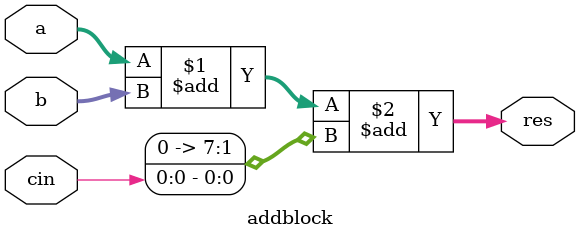
<source format=sv>
module addblock (input logic [7:0] a,
                 input logic [7:0] b,
                 input logic cin,
                 output logic [7:0] res);

    assign res = a + b + {7'b0000000, cin};
endmodule
</source>
